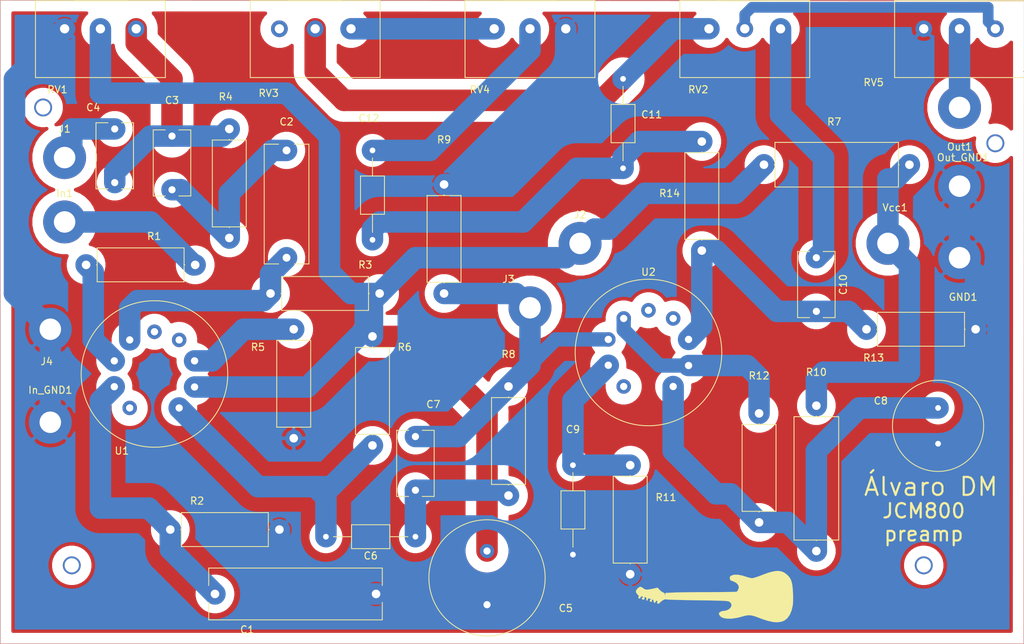
<source format=kicad_pcb>
(kicad_pcb (version 20171130) (host pcbnew "(5.1.10)-1")
  (layers (0 F.Cu signal hide) (31 B.Cu signal) (34 B.Paste user) (35 F.Paste user) (36 B.SilkS user) (37 F.SilkS user) (38 B.Mask user) (39 F.Mask user) (44 Edge.Cuts user))
  (net 0 "")
  (net 1 "Net-(C1-Pad1)")
  (net 2 "Net-(C2-Pad2)")
  (net 3 "Net-(C2-Pad1)")
  (net 4 "Net-(C3-Pad1)")
  (net 5 "Net-(C4-Pad1)")
  (net 6 "Net-(C5-Pad1)")
  (net 7 "Net-(C6-Pad1)")
  (net 8 "Net-(C6-Pad2)")
  (net 9 "Net-(C7-Pad1)")
  (net 10 "Net-(C8-Pad1)")
  (net 11 "Net-(C9-Pad1)")
  (net 12 "Net-(C10-Pad1)")
  (net 13 "Net-(C10-Pad2)")
  (net 14 "Net-(C11-Pad2)")
  (net 15 "Net-(C11-Pad1)")
  (net 16 "Net-(C12-Pad1)")
  (net 17 "Net-(In1-Pad1)")
  (net 18 "Net-(Out1-Pad1)")
  (net 19 "Net-(R1-Pad1)")
  (net 20 "Net-(R5-Pad1)")
  (net 21 "Net-(R10-Pad2)")
  (net 22 "Net-(R12-Pad2)")
  (net 23 "Net-(RV2-Pad2)")
  (net 24 "Net-(RV3-Pad1)")
  (net 25 "Net-(RV3-Pad3)")
  (net 26 GND)
  (module Capacitor_THT:C_Radial_D12.5mm_H25.0mm_P5.00mm (layer F.Cu) (at 162 73 270)
    (fp_text reference C8 (at -1 8 180) (layer F.SilkS))
    (fp_text value 47uF)
    (pad 1 thru_hole circle (at 0 0 270) (size 1.6 1.6) (drill 0.8) (layers *.Cu *.Mask) (net 10 "Net-(C8-Pad1)"))
    (pad 2 thru_hole circle (at 5 0 270) (size 1.6 1.6) (drill 0.8) (layers *.Cu *.Mask) (net 26 GND))
  )
  (module Logos:guitar (layer F.Cu) (at 134 99 90)
    (fp_text reference G*** hide)
    (fp_text value LOGO hide)
  )
  (module MountingHole:MountingHole_3mm_Pad (layer F.Cu) (at 165 52)
    (fp_text reference GND1 (at 0.5 5.5) (layer F.SilkS))
    (fp_text value GND)
    (pad 1 thru_hole circle (at 0 0) (size 6 6) (drill 3) (layers *.Cu *.Mask) (net 26 GND))
  )
  (module MountingHole:MountingHole_3mm_Pad (layer F.Cu) (at 40 47)
    (fp_text reference In1 (at 0 -4) (layer F.SilkS))
    (fp_text value In)
    (pad 1 thru_hole circle (at 0 0) (size 6 6) (drill 3) (layers *.Cu *.Mask) (net 17 "Net-(In1-Pad1)"))
  )
  (module MountingHole:MountingHole_3mm_Pad (layer F.Cu) (at 38 75)
    (fp_text reference In_GND1 (at 0 -4.5) (layer F.SilkS))
    (fp_text value In_GND)
    (pad 1 thru_hole circle (at 0 0) (size 6 6) (drill 3) (layers *.Cu *.Mask) (net 26 GND))
  )
  (module MountingHole:MountingHole_3mm_Pad (layer F.Cu) (at 40 38)
    (fp_text reference J1 (at 0 -4) (layer F.SilkS))
    (fp_text value Conn_01x01_Female)
    (pad 1 thru_hole circle (at 0 0) (size 6 6) (drill 3) (layers *.Cu *.Mask) (net 5 "Net-(C4-Pad1)"))
  )
  (module MountingHole:MountingHole_3mm_Pad (layer F.Cu) (at 112 50)
    (fp_text reference J2 (at 0 -4) (layer F.SilkS))
    (fp_text value Conn_01x01_Female)
    (pad 1 thru_hole circle (at 0 0) (size 6 6) (drill 3) (layers *.Cu *.Mask) (net 6 "Net-(C5-Pad1)"))
  )
  (module MountingHole:MountingHole_3mm_Pad (layer F.Cu) (at 105 59)
    (fp_text reference J3 (at -3 -4) (layer F.SilkS))
    (fp_text value Conn_01x01_Female)
    (pad 1 thru_hole circle (at 0 0) (size 6 6) (drill 3) (layers *.Cu *.Mask) (net 9 "Net-(C7-Pad1)"))
  )
  (module MountingHole:MountingHole_3mm_Pad (layer F.Cu) (at 38 62)
    (fp_text reference J4 (at -0.5 4.5) (layer F.SilkS))
    (fp_text value Conn_01x01_Female)
    (pad 1 thru_hole circle (at 0 0) (size 6 6) (drill 3) (layers *.Cu *.Mask) (net 26 GND))
  )
  (module MountingHole:MountingHole_3mm_Pad (layer F.Cu) (at 165 31)
    (fp_text reference Out1 (at 0 5.5) (layer F.SilkS))
    (fp_text value Out)
    (pad 1 thru_hole circle (at 0 0) (size 6 6) (drill 3) (layers *.Cu *.Mask) (net 18 "Net-(Out1-Pad1)"))
  )
  (module MountingHole:MountingHole_3mm_Pad (layer F.Cu) (at 165 42)
    (fp_text reference Out_GND1 (at 0.5 -4) (layer F.SilkS))
    (fp_text value Out_GND)
    (pad 1 thru_hole circle (at 0 0) (size 6 6) (drill 3) (layers *.Cu *.Mask) (net 26 GND))
  )
  (module Resistor_THT:R_Axial_DIN0414_L11.9mm_D4.5mm_P15.24mm_Horizontal (layer F.Cu) (at 43 53)
    (fp_text reference R1 (at 9.5 -4) (layer F.SilkS))
    (fp_text value 68k)
    (pad 2 thru_hole oval (at 15.24 0) (size 2.4 2.4) (drill 1.2) (layers *.Cu *.Mask) (net 17 "Net-(In1-Pad1)"))
    (pad 1 thru_hole circle (at 0 0) (size 2.4 2.4) (drill 1.2) (layers *.Cu *.Mask) (net 19 "Net-(R1-Pad1)"))
  )
  (module Resistor_THT:R_Axial_DIN0414_L11.9mm_D4.5mm_P15.24mm_Horizontal (layer F.Cu) (at 70 90 180)
    (fp_text reference R2 (at 11.5 4) (layer F.SilkS))
    (fp_text value 2.7k)
    (pad 2 thru_hole oval (at 15.24 0 180) (size 2.4 2.4) (drill 1.2) (layers *.Cu *.Mask) (net 1 "Net-(C1-Pad1)"))
    (pad 1 thru_hole circle (at 0 0 180) (size 2.4 2.4) (drill 1.2) (layers *.Cu *.Mask) (net 26 GND))
  )
  (module Resistor_THT:R_Axial_DIN0414_L11.9mm_D4.5mm_P15.24mm_Horizontal (layer F.Cu) (at 84 57 180)
    (fp_text reference R3 (at 2 4) (layer F.SilkS))
    (fp_text value 100k)
    (pad 1 thru_hole circle (at 0 0 180) (size 2.4 2.4) (drill 1.2) (layers *.Cu *.Mask) (net 6 "Net-(C5-Pad1)"))
    (pad 2 thru_hole oval (at 15.24 0 180) (size 2.4 2.4) (drill 1.2) (layers *.Cu *.Mask) (net 2 "Net-(C2-Pad2)"))
  )
  (module Resistor_THT:R_Axial_DIN0414_L11.9mm_D4.5mm_P15.24mm_Horizontal (layer F.Cu) (at 63 34 270)
    (fp_text reference R4 (at -4.5 0.5 180) (layer F.SilkS))
    (fp_text value 470k)
    (pad 2 thru_hole oval (at 15.24 0 270) (size 2.4 2.4) (drill 1.2) (layers *.Cu *.Mask) (net 3 "Net-(C2-Pad1)"))
    (pad 1 thru_hole circle (at 0 0 270) (size 2.4 2.4) (drill 1.2) (layers *.Cu *.Mask) (net 4 "Net-(C3-Pad1)"))
  )
  (module Resistor_THT:R_Axial_DIN0414_L11.9mm_D4.5mm_P15.24mm_Horizontal (layer F.Cu) (at 72 62 270)
    (fp_text reference R5 (at 2.5 5 180) (layer F.SilkS))
    (fp_text value 10k)
    (pad 1 thru_hole circle (at 0 0 270) (size 2.4 2.4) (drill 1.2) (layers *.Cu *.Mask) (net 20 "Net-(R5-Pad1)"))
    (pad 2 thru_hole oval (at 15.24 0 270) (size 2.4 2.4) (drill 1.2) (layers *.Cu *.Mask) (net 26 GND))
  )
  (module Resistor_THT:R_Axial_DIN0414_L11.9mm_D4.5mm_P15.24mm_Horizontal (layer F.Cu) (at 83 63 270)
    (fp_text reference R6 (at 1.5 -4.5 180) (layer F.SilkS))
    (fp_text value 100k)
    (pad 1 thru_hole circle (at 0 0 270) (size 2.4 2.4) (drill 1.2) (layers *.Cu *.Mask) (net 6 "Net-(C5-Pad1)"))
    (pad 2 thru_hole oval (at 15.24 0 270) (size 2.4 2.4) (drill 1.2) (layers *.Cu *.Mask) (net 8 "Net-(C6-Pad2)"))
  )
  (module Resistor_THT:R_Axial_DIN0617_L17.0mm_D6.0mm_P20.32mm_Horizontal (layer F.Cu) (at 158 39 180)
    (fp_text reference R7 (at 10.5 6) (layer F.SilkS))
    (fp_text value "4k7 3W")
    (pad 1 thru_hole circle (at 0 0 180) (size 2.4 2.4) (drill 1.2) (layers *.Cu *.Mask) (net 21 "Net-(R10-Pad2)"))
    (pad 2 thru_hole oval (at 20.32 0 180) (size 2.4 2.4) (drill 1.2) (layers *.Cu *.Mask) (net 6 "Net-(C5-Pad1)"))
  )
  (module Resistor_THT:R_Axial_DIN0414_L11.9mm_D4.5mm_P15.24mm_Horizontal (layer F.Cu) (at 102 70 270)
    (fp_text reference R8 (at -4.5 0 180) (layer F.SilkS))
    (fp_text value 470k)
    (pad 2 thru_hole oval (at 15.24 0 270) (size 2.4 2.4) (drill 1.2) (layers *.Cu *.Mask) (net 7 "Net-(C6-Pad1)"))
    (pad 1 thru_hole circle (at 0 0 270) (size 2.4 2.4) (drill 1.2) (layers *.Cu *.Mask) (net 9 "Net-(C7-Pad1)"))
  )
  (module Resistor_THT:R_Axial_DIN0414_L11.9mm_D4.5mm_P15.24mm_Horizontal (layer F.Cu) (at 93 57 90)
    (fp_text reference R9 (at 21.5 0 180) (layer F.SilkS))
    (fp_text value 470k)
    (pad 2 thru_hole oval (at 15.24 0 90) (size 2.4 2.4) (drill 1.2) (layers *.Cu *.Mask) (net 26 GND))
    (pad 1 thru_hole circle (at 0 0 90) (size 2.4 2.4) (drill 1.2) (layers *.Cu *.Mask) (net 9 "Net-(C7-Pad1)"))
  )
  (module Resistor_THT:R_Axial_DIN0617_L17.0mm_D6.0mm_P20.32mm_Horizontal (layer F.Cu) (at 145 93 90)
    (fp_text reference R10 (at 25 0 180) (layer F.SilkS))
    (fp_text value "4k7 3W")
    (pad 2 thru_hole oval (at 20.32 0 90) (size 2.4 2.4) (drill 1.2) (layers *.Cu *.Mask) (net 21 "Net-(R10-Pad2)"))
    (pad 1 thru_hole circle (at 0 0 90) (size 2.4 2.4) (drill 1.2) (layers *.Cu *.Mask) (net 10 "Net-(C8-Pad1)"))
  )
  (module Resistor_THT:R_Axial_DIN0414_L11.9mm_D4.5mm_P15.24mm_Horizontal (layer F.Cu) (at 119 81 270)
    (fp_text reference R11 (at 4.5 -5 180) (layer F.SilkS))
    (fp_text value 820)
    (pad 1 thru_hole circle (at 0 0 270) (size 2.4 2.4) (drill 1.2) (layers *.Cu *.Mask) (net 11 "Net-(C9-Pad1)"))
    (pad 2 thru_hole oval (at 15.24 0 270) (size 2.4 2.4) (drill 1.2) (layers *.Cu *.Mask) (net 26 GND))
  )
  (module Resistor_THT:R_Axial_DIN0414_L11.9mm_D4.5mm_P15.24mm_Horizontal (layer F.Cu) (at 137 89 90)
    (fp_text reference R12 (at 20.5 0 180) (layer F.SilkS))
    (fp_text value 100k)
    (pad 1 thru_hole circle (at 0 0 90) (size 2.4 2.4) (drill 1.2) (layers *.Cu *.Mask) (net 10 "Net-(C8-Pad1)"))
    (pad 2 thru_hole oval (at 15.24 0 90) (size 2.4 2.4) (drill 1.2) (layers *.Cu *.Mask) (net 22 "Net-(R12-Pad2)"))
  )
  (module Resistor_THT:R_Axial_DIN0414_L11.9mm_D4.5mm_P15.24mm_Horizontal (layer F.Cu) (at 152 62)
    (fp_text reference R13 (at 1 4) (layer F.SilkS))
    (fp_text value 100k)
    (pad 1 thru_hole circle (at 0 0) (size 2.4 2.4) (drill 1.2) (layers *.Cu *.Mask) (net 13 "Net-(C10-Pad2)"))
    (pad 2 thru_hole oval (at 15.24 0) (size 2.4 2.4) (drill 1.2) (layers *.Cu *.Mask) (net 26 GND))
  )
  (module Resistor_THT:R_Axial_DIN0414_L11.9mm_D4.5mm_P15.24mm_Horizontal (layer F.Cu) (at 129 51 90)
    (fp_text reference R14 (at 8 -4.5 180) (layer F.SilkS))
    (fp_text value 33k)
    (pad 2 thru_hole oval (at 15.24 0 90) (size 2.4 2.4) (drill 1.2) (layers *.Cu *.Mask) (net 14 "Net-(C11-Pad2)"))
    (pad 1 thru_hole circle (at 0 0 90) (size 2.4 2.4) (drill 1.2) (layers *.Cu *.Mask) (net 13 "Net-(C10-Pad2)"))
  )
  (module Potentiometer_THT:Potentiometer_Alps_RK163_Single_Horizontal (layer F.Cu) (at 50 20 90)
    (fp_text reference RV1 (at -8.5 -11 180) (layer F.SilkS))
    (fp_text value "1M A (Vol)")
    (pad 3 thru_hole circle (at 0 -10 90) (size 2.34 2.34) (drill 1.3) (layers *.Cu *.Mask) (net 26 GND))
    (pad 2 thru_hole circle (at 0 -5 90) (size 2.34 2.34) (drill 1.3) (layers *.Cu *.Mask) (net 6 "Net-(C5-Pad1)"))
    (pad 1 thru_hole circle (at 0 0 90) (size 2.34 2.34) (drill 1.3) (layers *.Cu *.Mask) (net 4 "Net-(C3-Pad1)"))
  )
  (module Potentiometer_THT:Potentiometer_Alps_RK163_Single_Horizontal (layer F.Cu) (at 140 20 90)
    (fp_text reference RV2 (at -8.5 -11.5 180) (layer F.SilkS))
    (fp_text value "250K B (Tre)")
    (pad 1 thru_hole circle (at 0 0 90) (size 2.34 2.34) (drill 1.3) (layers *.Cu *.Mask) (net 12 "Net-(C10-Pad1)"))
    (pad 2 thru_hole circle (at 0 -5 90) (size 2.34 2.34) (drill 1.3) (layers *.Cu *.Mask) (net 23 "Net-(RV2-Pad2)"))
    (pad 3 thru_hole circle (at 0 -10 90) (size 2.34 2.34) (drill 1.3) (layers *.Cu *.Mask) (net 15 "Net-(C11-Pad1)"))
  )
  (module Potentiometer_THT:Potentiometer_Alps_RK163_Single_Horizontal (layer F.Cu) (at 80 20 90)
    (fp_text reference RV3 (at -9 -11.5 180) (layer F.SilkS))
    (fp_text value "1M A (bass)")
    (pad 3 thru_hole circle (at 0 -10 90) (size 2.34 2.34) (drill 1.3) (layers *.Cu *.Mask) (net 25 "Net-(RV3-Pad3)"))
    (pad 2 thru_hole circle (at 0 -5 90) (size 2.34 2.34) (drill 1.3) (layers *.Cu *.Mask) (net 15 "Net-(C11-Pad1)"))
    (pad 1 thru_hole circle (at 0 0 90) (size 2.34 2.34) (drill 1.3) (layers *.Cu *.Mask) (net 24 "Net-(RV3-Pad1)"))
  )
  (module Potentiometer_THT:Potentiometer_Alps_RK163_Single_Horizontal (layer F.Cu) (at 110 20 90)
    (fp_text reference RV4 (at -8.5 -12 180) (layer F.SilkS))
    (fp_text value "25K B (Mid)")
    (pad 3 thru_hole circle (at 0 -10 90) (size 2.34 2.34) (drill 1.3) (layers *.Cu *.Mask) (net 24 "Net-(RV3-Pad1)"))
    (pad 2 thru_hole circle (at 0 -5 90) (size 2.34 2.34) (drill 1.3) (layers *.Cu *.Mask) (net 16 "Net-(C12-Pad1)"))
    (pad 1 thru_hole circle (at 0 0 90) (size 2.34 2.34) (drill 1.3) (layers *.Cu *.Mask) (net 26 GND))
  )
  (module Potentiometer_THT:Potentiometer_Alps_RK163_Single_Horizontal (layer F.Cu) (at 170 20 90)
    (fp_text reference RV5 (at -7.5 -17 180) (layer F.SilkS))
    (fp_text value "1M A (Level)")
    (pad 1 thru_hole circle (at 0 0 90) (size 2.34 2.34) (drill 1.3) (layers *.Cu *.Mask) (net 23 "Net-(RV2-Pad2)"))
    (pad 2 thru_hole circle (at 0 -5 90) (size 2.34 2.34) (drill 1.3) (layers *.Cu *.Mask) (net 18 "Net-(Out1-Pad1)"))
    (pad 3 thru_hole circle (at 0 -10 90) (size 2.34 2.34) (drill 1.3) (layers *.Cu *.Mask) (net 26 GND))
  )
  (module Valve:Valve_ECC-83-1 (layer F.Cu) (at 56 73)
    (fp_text reference U1 (at -8 6) (layer F.SilkS))
    (fp_text value ECC83)
    (pad 9 thru_hole circle (at -6.91 0) (size 2.03 2.03) (drill 1.02) (layers *.Cu *.Mask))
    (pad 8 thru_hole circle (at -9.06 -2.97) (size 2.03 2.03) (drill 1.02) (layers *.Cu *.Mask) (net 1 "Net-(C1-Pad1)"))
    (pad 7 thru_hole circle (at -9.06 -6.58) (size 2.03 2.03) (drill 1.02) (layers *.Cu *.Mask) (net 19 "Net-(R1-Pad1)"))
    (pad 6 thru_hole circle (at -6.91 -9.51) (size 2.03 2.03) (drill 1.02) (layers *.Cu *.Mask) (net 2 "Net-(C2-Pad2)"))
    (pad 5 thru_hole circle (at -3.45 -10.65) (size 2.03 2.03) (drill 1.02) (layers *.Cu *.Mask))
    (pad 4 thru_hole circle (at 0 -9.51) (size 2.03 2.03) (drill 1.02) (layers *.Cu *.Mask))
    (pad 3 thru_hole circle (at 2.15 -6.58) (size 2.03 2.03) (drill 1.02) (layers *.Cu *.Mask) (net 20 "Net-(R5-Pad1)"))
    (pad 2 thru_hole circle (at 2.15 -2.93) (size 2.03 2.03) (drill 1.02) (layers *.Cu *.Mask) (net 6 "Net-(C5-Pad1)"))
    (pad 1 thru_hole circle (at 0 0) (size 2.03 2.03) (drill 1.02) (layers *.Cu *.Mask) (net 8 "Net-(C6-Pad2)"))
  )
  (module Valve:Valve_ECC-83-1 (layer F.Cu) (at 125 70)
    (fp_text reference U2 (at -3.45 -16) (layer F.SilkS))
    (fp_text value ECC83)
    (pad 1 thru_hole circle (at 0 0) (size 2.03 2.03) (drill 1.02) (layers *.Cu *.Mask) (net 10 "Net-(C8-Pad1)"))
    (pad 2 thru_hole circle (at 2.15 -2.93) (size 2.03 2.03) (drill 1.02) (layers *.Cu *.Mask) (net 22 "Net-(R12-Pad2)"))
    (pad 3 thru_hole circle (at 2.15 -6.58) (size 2.03 2.03) (drill 1.02) (layers *.Cu *.Mask) (net 13 "Net-(C10-Pad2)"))
    (pad 4 thru_hole circle (at 0 -9.51) (size 2.03 2.03) (drill 1.02) (layers *.Cu *.Mask))
    (pad 5 thru_hole circle (at -3.45 -10.65) (size 2.03 2.03) (drill 1.02) (layers *.Cu *.Mask))
    (pad 6 thru_hole circle (at -6.91 -9.51) (size 2.03 2.03) (drill 1.02) (layers *.Cu *.Mask) (net 22 "Net-(R12-Pad2)"))
    (pad 7 thru_hole circle (at -9.06 -6.58) (size 2.03 2.03) (drill 1.02) (layers *.Cu *.Mask) (net 9 "Net-(C7-Pad1)"))
    (pad 8 thru_hole circle (at -9.06 -2.97) (size 2.03 2.03) (drill 1.02) (layers *.Cu *.Mask) (net 11 "Net-(C9-Pad1)"))
    (pad 9 thru_hole circle (at -6.91 0) (size 2.03 2.03) (drill 1.02) (layers *.Cu *.Mask))
  )
  (module MountingHole:MountingHole_3mm_Pad (layer F.Cu) (at 155 50)
    (fp_text reference Vcc1 (at 1 -5) (layer F.SilkS))
    (fp_text value Vcc)
    (pad 1 thru_hole circle (at 0 0) (size 6 6) (drill 3) (layers *.Cu *.Mask) (net 21 "Net-(R10-Pad2)"))
  )
  (module Capacitor_THT:C_Disc_D9.0mm_W5.0mm_P7.50mm (layer F.Cu) (at 55 35 270)
    (fp_text reference C3 (at -5 0 180) (layer F.SilkS))
    (fp_text value 470pF)
    (pad 2 thru_hole circle (at 7.5 0 270) (size 2 2) (drill 1) (layers *.Cu *.Mask) (net 3 "Net-(C2-Pad1)"))
    (pad 1 thru_hole circle (at 0 0 270) (size 2 2) (drill 1) (layers *.Cu *.Mask) (net 4 "Net-(C3-Pad1)"))
  )
  (module Capacitor_THT:C_Disc_D9.0mm_W5.0mm_P7.50mm (layer F.Cu) (at 47 34 270)
    (fp_text reference C4 (at -3 3 180) (layer F.SilkS))
    (fp_text value 1nF)
    (pad 1 thru_hole circle (at 0 0 270) (size 2 2) (drill 1) (layers *.Cu *.Mask) (net 5 "Net-(C4-Pad1)"))
    (pad 2 thru_hole circle (at 7.5 0 270) (size 2 2) (drill 1) (layers *.Cu *.Mask) (net 4 "Net-(C3-Pad1)"))
  )
  (module Capacitor_THT:C_Axial_L5.1mm_D3.1mm_P12.50mm_Horizontal (layer F.Cu) (at 89 91 180)
    (fp_text reference C6 (at 6.25 -2.67) (layer F.SilkS))
    (fp_text value 22nF)
    (pad 1 thru_hole circle (at 0 0 180) (size 1.6 1.6) (drill 0.8) (layers *.Cu *.Mask) (net 7 "Net-(C6-Pad1)"))
    (pad 2 thru_hole oval (at 12.5 0 180) (size 1.6 1.6) (drill 0.8) (layers *.Cu *.Mask) (net 8 "Net-(C6-Pad2)"))
  )
  (module Capacitor_THT:C_Disc_D9.0mm_W5.0mm_P7.50mm (layer F.Cu) (at 89 77 270)
    (fp_text reference C7 (at -4.5 -2.5 180) (layer F.SilkS))
    (fp_text value 470pF)
    (pad 1 thru_hole circle (at 0 0 270) (size 2 2) (drill 1) (layers *.Cu *.Mask) (net 9 "Net-(C7-Pad1)"))
    (pad 2 thru_hole circle (at 7.5 0 270) (size 2 2) (drill 1) (layers *.Cu *.Mask) (net 7 "Net-(C6-Pad1)"))
  )
  (module Capacitor_THT:C_Axial_L5.1mm_D3.1mm_P12.50mm_Horizontal (layer F.Cu) (at 111 81 270)
    (fp_text reference C9 (at -5 0 180) (layer F.SilkS))
    (fp_text value 680nF)
    (pad 2 thru_hole oval (at 12.5 0 270) (size 1.6 1.6) (drill 0.8) (layers *.Cu *.Mask) (net 26 GND))
    (pad 1 thru_hole circle (at 0 0 270) (size 1.6 1.6) (drill 0.8) (layers *.Cu *.Mask) (net 11 "Net-(C9-Pad1)"))
  )
  (module Capacitor_THT:C_Disc_D9.0mm_W5.0mm_P7.50mm (layer F.Cu) (at 145 52 270)
    (fp_text reference C10 (at 3.75 -3.75 90) (layer F.SilkS))
    (fp_text value 470pF)
    (pad 2 thru_hole circle (at 7.5 0 270) (size 2 2) (drill 1) (layers *.Cu *.Mask) (net 13 "Net-(C10-Pad2)"))
    (pad 1 thru_hole circle (at 0 0 270) (size 2 2) (drill 1) (layers *.Cu *.Mask) (net 12 "Net-(C10-Pad1)"))
  )
  (module Capacitor_THT:C_Axial_L5.1mm_D3.1mm_P12.50mm_Horizontal (layer F.Cu) (at 118 27 270)
    (fp_text reference C11 (at 5 -4 180) (layer F.SilkS))
    (fp_text value 22nF)
    (pad 2 thru_hole oval (at 12.5 0 270) (size 1.6 1.6) (drill 0.8) (layers *.Cu *.Mask) (net 14 "Net-(C11-Pad2)"))
    (pad 1 thru_hole circle (at 0 0 270) (size 1.6 1.6) (drill 0.8) (layers *.Cu *.Mask) (net 15 "Net-(C11-Pad1)"))
  )
  (module Capacitor_THT:C_Axial_L5.1mm_D3.1mm_P12.50mm_Horizontal (layer F.Cu) (at 83 37 270)
    (fp_text reference C12 (at -4.5 0.5 180) (layer F.SilkS))
    (fp_text value 22nF)
    (pad 1 thru_hole circle (at 0 0 270) (size 1.6 1.6) (drill 0.8) (layers *.Cu *.Mask) (net 16 "Net-(C12-Pad1)"))
    (pad 2 thru_hole oval (at 12.5 0 270) (size 1.6 1.6) (drill 0.8) (layers *.Cu *.Mask) (net 14 "Net-(C11-Pad2)"))
  )
  (module Capacitor_THT:C_Rect_L24.0mm_W7.0mm_P22.50mm_MKT (layer F.Cu) (at 61 99)
    (fp_text reference C1 (at 4.5 5) (layer F.SilkS))
    (fp_text value 680nF)
    (pad 1 thru_hole circle (at 0 0) (size 2.4 2.4) (drill 1.2) (layers *.Cu *.Mask) (net 1 "Net-(C1-Pad1)"))
    (pad 2 thru_hole circle (at 22.5 0) (size 2.4 2.4) (drill 1.2) (layers *.Cu *.Mask) (net 26 GND))
  )
  (module Capacitor_THT:C_Rect_L16.5mm_W6.0mm_P15.00mm_MKT (layer F.Cu) (at 71 37 270)
    (fp_text reference C2 (at -4 0 180) (layer F.SilkS))
    (fp_text value 22nF)
    (pad 1 thru_hole circle (at 0 0 270) (size 2.2 2.2) (drill 1.1) (layers *.Cu *.Mask) (net 3 "Net-(C2-Pad1)"))
    (pad 2 thru_hole circle (at 15 0 270) (size 2.2 2.2) (drill 1.1) (layers *.Cu *.Mask) (net 2 "Net-(C2-Pad2)"))
  )
  (module Capacitor_THT:C_Radial_D16.0mm_H25.0mm_P7.50mm (layer F.Cu) (at 99 93 270)
    (fp_text reference C5 (at 8 -11 180) (layer F.SilkS))
    (fp_text value 47uF)
    (pad 1 thru_hole circle (at 0 0 270) (size 2 2) (drill 1) (layers *.Cu *.Mask) (net 6 "Net-(C5-Pad1)"))
    (pad 2 thru_hole circle (at 7.5 0 270) (size 2 2) (drill 1) (layers *.Cu *.Mask) (net 26 GND))
  )
  (gr_line (start 31 16) (end 174.07 16.08) (layer F.Cu) (width 0.12))
  (gr_line (start 31 106) (end 31 16) (layer F.Cu) (width 0.12))
  (gr_line (start 174 106) (end 31 106) (layer F.Cu) (width 0.12))
  (gr_line (start 174.07 16.08) (end 174 106) (layer F.Cu) (width 0.12))
  (gr_line (start 174 16) (end 174 106) (layer Edge.Cuts) (width 0.05))
  (gr_text "JCM800\npreamp" (at 160 89) (layer F.SilkS) (effects (font (size 2 2) (thickness 0.3))))
  (gr_text "Álvaro DM" (at 161 84) (layer F.SilkS) (effects (font (size 2.5 2.5) (thickness 0.3))))
  (gr_line (start 31 106) (end 31 16) (layer Edge.Cuts) (width 0.05))
  (gr_line (start 174 106) (end 31 106) (layer Edge.Cuts) (width 0.05))
  (gr_line (start 31 16) (end 174 16) (layer Edge.Cuts) (width 0.05))
  (via (at 170 36) (size 2.5) (drill 2) (layers F.Cu B.Cu) (net 0))
  (via (at 160 95) (size 2.5) (drill 2) (layers F.Cu B.Cu) (net 0))
  (via (at 41 95) (size 2.5) (drill 2) (layers F.Cu B.Cu) (net 0))
  (via (at 37 31) (size 2.5) (drill 2) (layers F.Cu B.Cu) (net 0))
  (segment (start 54.76 92.76) (end 61 99) (width 3) (layer B.Cu) (net 1))
  (segment (start 54.76 90) (end 54.76 92.76) (width 3) (layer B.Cu) (net 1))
  (segment (start 46.94 70.03) (end 45 71.97) (width 3) (layer B.Cu) (net 1))
  (segment (start 45 71.97) (end 45 87) (width 3) (layer B.Cu) (net 1))
  (segment (start 51.76 87) (end 54.76 90) (width 3) (layer B.Cu) (net 1))
  (segment (start 45 87) (end 51.76 87) (width 3) (layer B.Cu) (net 1))
  (segment (start 68.76 54.24) (end 71 52) (width 3) (layer B.Cu) (net 2))
  (segment (start 68.76 57) (end 68.76 54.24) (width 3) (layer B.Cu) (net 2))
  (segment (start 49.09 63.49) (end 49.09 59.09) (width 3) (layer B.Cu) (net 2))
  (segment (start 49.09 59.09) (end 50.18 58) (width 3) (layer B.Cu) (net 2))
  (segment (start 67.76 58) (end 68.76 57) (width 3) (layer B.Cu) (net 2))
  (segment (start 50.18 58) (end 67.76 58) (width 3) (layer B.Cu) (net 2))
  (segment (start 63 49.24) (end 63 43) (width 3) (layer B.Cu) (net 3))
  (segment (start 69 37) (end 71 37) (width 3) (layer B.Cu) (net 3))
  (segment (start 63 43) (end 69 37) (width 3) (layer B.Cu) (net 3))
  (segment (start 56.26 42.5) (end 63 49.24) (width 3) (layer B.Cu) (net 3))
  (segment (start 55 42.5) (end 56.26 42.5) (width 3) (layer B.Cu) (net 3))
  (segment (start 50 20) (end 50 22) (width 3) (layer F.Cu) (net 4))
  (segment (start 55 27) (end 55 35) (width 3) (layer F.Cu) (net 4))
  (segment (start 50 22) (end 55 27) (width 3) (layer F.Cu) (net 4))
  (segment (start 62 35) (end 63 34) (width 3) (layer B.Cu) (net 4))
  (segment (start 55 35) (end 62 35) (width 3) (layer B.Cu) (net 4))
  (segment (start 47 41.5) (end 47 40) (width 3) (layer B.Cu) (net 4))
  (segment (start 52 35) (end 55 35) (width 3) (layer B.Cu) (net 4))
  (segment (start 47 40) (end 52 35) (width 3) (layer B.Cu) (net 4))
  (segment (start 47 34) (end 41 34) (width 3) (layer B.Cu) (net 5))
  (segment (start 41 37) (end 40 38) (width 3) (layer B.Cu) (net 5))
  (segment (start 41 34) (end 41 37) (width 3) (layer B.Cu) (net 5))
  (segment (start 116 48) (end 121 43) (width 3) (layer B.Cu) (net 6))
  (segment (start 133.68 43) (end 137.68 39) (width 3) (layer B.Cu) (net 6))
  (segment (start 121 43) (end 133.68 43) (width 3) (layer B.Cu) (net 6))
  (segment (start 114 48) (end 112 50) (width 3) (layer B.Cu) (net 6))
  (segment (start 116 48) (end 114 48) (width 3) (layer B.Cu) (net 6))
  (segment (start 83 58) (end 84 57) (width 3) (layer B.Cu) (net 6))
  (segment (start 83 63) (end 83 58) (width 3) (layer B.Cu) (net 6))
  (segment (start 110 52) (end 112 50) (width 3) (layer B.Cu) (net 6))
  (segment (start 89 52) (end 110 52) (width 3) (layer B.Cu) (net 6))
  (segment (start 84 57) (end 89 52) (width 3) (layer B.Cu) (net 6))
  (segment (start 45 29) (end 45 20) (width 3) (layer B.Cu) (net 6))
  (segment (start 71 29) (end 45 29) (width 3) (layer B.Cu) (net 6))
  (segment (start 77 35) (end 71 29) (width 3) (layer B.Cu) (net 6))
  (segment (start 77 54) (end 77 35) (width 3) (layer B.Cu) (net 6))
  (segment (start 80 57) (end 77 54) (width 3) (layer B.Cu) (net 6))
  (segment (start 58.15 70.07) (end 73.93 70.07) (width 3) (layer B.Cu) (net 6))
  (segment (start 82 62) (end 82 57) (width 3) (layer B.Cu) (net 6))
  (segment (start 73.93 70.07) (end 82 62) (width 3) (layer B.Cu) (net 6))
  (segment (start 82 57) (end 80 57) (width 3) (layer B.Cu) (net 6))
  (segment (start 84 57) (end 82 57) (width 3) (layer B.Cu) (net 6))
  (segment (start 99 73.474503) (end 99 93) (width 3) (layer F.Cu) (net 6))
  (segment (start 88.525497 63) (end 99 73.474503) (width 3) (layer F.Cu) (net 6))
  (segment (start 83 63) (end 88.525497 63) (width 3) (layer F.Cu) (net 6))
  (segment (start 89 91) (end 89 84.5) (width 3) (layer B.Cu) (net 7))
  (segment (start 101.26 84.5) (end 102 85.24) (width 3) (layer B.Cu) (net 7))
  (segment (start 89 84.5) (end 101.26 84.5) (width 3) (layer B.Cu) (net 7))
  (segment (start 76.5 85.5) (end 76.5 91) (width 3) (layer B.Cu) (net 8))
  (segment (start 75 84) (end 76.5 85.5) (width 3) (layer B.Cu) (net 8))
  (segment (start 67 84) (end 75 84) (width 3) (layer B.Cu) (net 8))
  (segment (start 56 73) (end 67 84) (width 3) (layer B.Cu) (net 8))
  (segment (start 77.24 84) (end 83 78.24) (width 3) (layer B.Cu) (net 8))
  (segment (start 75 84) (end 77.24 84) (width 3) (layer B.Cu) (net 8))
  (segment (start 95 77) (end 102 70) (width 3) (layer B.Cu) (net 9))
  (segment (start 89 77) (end 95 77) (width 3) (layer B.Cu) (net 9))
  (segment (start 105 67) (end 102 70) (width 3) (layer B.Cu) (net 9))
  (segment (start 105 59) (end 105 67) (width 3) (layer B.Cu) (net 9))
  (segment (start 108.58 63.42) (end 115.94 63.42) (width 2) (layer B.Cu) (net 9))
  (segment (start 102 70) (end 108.58 63.42) (width 2) (layer B.Cu) (net 9))
  (segment (start 103 57) (end 105 59) (width 3) (layer B.Cu) (net 9))
  (segment (start 93 57) (end 103 57) (width 3) (layer B.Cu) (net 9))
  (segment (start 133 85) (end 137 89) (width 3) (layer B.Cu) (net 10))
  (segment (start 131 85) (end 133 85) (width 3) (layer B.Cu) (net 10))
  (segment (start 125 79) (end 131 85) (width 3) (layer B.Cu) (net 10))
  (segment (start 125 70) (end 125 79) (width 3) (layer B.Cu) (net 10))
  (segment (start 141 89) (end 145 93) (width 3) (layer B.Cu) (net 10))
  (segment (start 137 89) (end 141 89) (width 3) (layer B.Cu) (net 10))
  (segment (start 145 93) (end 145 79) (width 3) (layer B.Cu) (net 10))
  (segment (start 145 79) (end 151 73) (width 3) (layer B.Cu) (net 10))
  (segment (start 151 73) (end 162 73) (width 3) (layer B.Cu) (net 10))
  (segment (start 115.94 67.03) (end 112 70.97) (width 3) (layer B.Cu) (net 11))
  (segment (start 111 81) (end 119 81) (width 3) (layer B.Cu) (net 11))
  (segment (start 111 71.97) (end 112 70.97) (width 3) (layer B.Cu) (net 11))
  (segment (start 111 81) (end 111 71.97) (width 3) (layer B.Cu) (net 11))
  (segment (start 145.999999 51.000001) (end 145 52) (width 3) (layer B.Cu) (net 12))
  (segment (start 140 20) (end 140 32) (width 3) (layer B.Cu) (net 12))
  (segment (start 145.999999 37.999999) (end 145.999999 51.000001) (width 3) (layer B.Cu) (net 12))
  (segment (start 140 32) (end 145.999999 37.999999) (width 3) (layer B.Cu) (net 12))
  (segment (start 129 61.57) (end 129 51) (width 3) (layer B.Cu) (net 13))
  (segment (start 127.15 63.42) (end 129 61.57) (width 3) (layer B.Cu) (net 13))
  (segment (start 129 51) (end 131 51) (width 3) (layer B.Cu) (net 13))
  (segment (start 139.5 59.5) (end 145 59.5) (width 3) (layer B.Cu) (net 13))
  (segment (start 131 51) (end 139.5 59.5) (width 3) (layer B.Cu) (net 13))
  (segment (start 149.5 59.5) (end 152 62) (width 3) (layer B.Cu) (net 13))
  (segment (start 145 59.5) (end 149.5 59.5) (width 3) (layer B.Cu) (net 13))
  (segment (start 83 49.5) (end 83 48) (width 3) (layer B.Cu) (net 14))
  (segment (start 83 48) (end 84 47) (width 3) (layer B.Cu) (net 14))
  (segment (start 111.543998 39.5) (end 118 39.5) (width 3) (layer B.Cu) (net 14))
  (segment (start 104.043998 47) (end 111.543998 39.5) (width 3) (layer B.Cu) (net 14))
  (segment (start 84 47) (end 104.043998 47) (width 3) (layer B.Cu) (net 14))
  (segment (start 118 39.5) (end 118 38) (width 3) (layer B.Cu) (net 14))
  (segment (start 120.24 35.76) (end 129 35.76) (width 3) (layer B.Cu) (net 14))
  (segment (start 118 38) (end 120.24 35.76) (width 3) (layer B.Cu) (net 14))
  (segment (start 75 20) (end 75 26) (width 3) (layer F.Cu) (net 15))
  (segment (start 75 26) (end 79 30) (width 3) (layer F.Cu) (net 15))
  (segment (start 115 30) (end 118 27) (width 3) (layer F.Cu) (net 15))
  (segment (start 79 30) (end 115 30) (width 3) (layer F.Cu) (net 15))
  (segment (start 125 20) (end 118 27) (width 3) (layer B.Cu) (net 15))
  (segment (start 130 20) (end 125 20) (width 3) (layer B.Cu) (net 15))
  (segment (start 83 37) (end 91 37) (width 3) (layer B.Cu) (net 16))
  (segment (start 105 23) (end 105 20) (width 3) (layer B.Cu) (net 16))
  (segment (start 91 37) (end 105 23) (width 3) (layer B.Cu) (net 16))
  (segment (start 40 47) (end 52 47) (width 3) (layer B.Cu) (net 17))
  (segment (start 58 53) (end 58.24 53) (width 3) (layer B.Cu) (net 17))
  (segment (start 52 47) (end 58 53) (width 3) (layer B.Cu) (net 17))
  (segment (start 165 31) (end 165 20) (width 3) (layer B.Cu) (net 18))
  (segment (start 46.94 66.42) (end 44 63.48) (width 3) (layer B.Cu) (net 19))
  (segment (start 44 54) (end 43 53) (width 3) (layer B.Cu) (net 19))
  (segment (start 44 63.48) (end 44 54) (width 3) (layer B.Cu) (net 19))
  (segment (start 58.15 66.42) (end 60.58 66.42) (width 3) (layer B.Cu) (net 20))
  (segment (start 65 62) (end 72 62) (width 3) (layer B.Cu) (net 20))
  (segment (start 60.58 66.42) (end 65 62) (width 3) (layer B.Cu) (net 20))
  (segment (start 155 50) (end 155 41) (width 3) (layer B.Cu) (net 21))
  (segment (start 156 41) (end 158 39) (width 3) (layer B.Cu) (net 21))
  (segment (start 155 41) (end 156 41) (width 3) (layer B.Cu) (net 21))
  (segment (start 157.999999 52.999999) (end 155 50) (width 3) (layer B.Cu) (net 21))
  (segment (start 158 68) (end 157.999999 52.999999) (width 3) (layer B.Cu) (net 21))
  (segment (start 146 68) (end 158 68) (width 3) (layer B.Cu) (net 21))
  (segment (start 145 69) (end 146 68) (width 3) (layer B.Cu) (net 21))
  (segment (start 145 72.68) (end 145 69) (width 3) (layer B.Cu) (net 21))
  (segment (start 135.31 67.07) (end 137 68.76) (width 3) (layer B.Cu) (net 22))
  (segment (start 127.15 67.07) (end 135.31 67.07) (width 3) (layer B.Cu) (net 22))
  (segment (start 118.09 60.49) (end 118.09 62.09) (width 2) (layer B.Cu) (net 22))
  (segment (start 123.07 67.07) (end 127.15 67.07) (width 2) (layer B.Cu) (net 22))
  (segment (start 118.09 62.09) (end 123.07 67.07) (width 2) (layer B.Cu) (net 22))
  (segment (start 137 68.76) (end 137 73.76) (width 3) (layer B.Cu) (net 22))
  (segment (start 135 20) (end 135 18) (width 1.5) (layer B.Cu) (net 23))
  (segment (start 135 18) (end 136 17) (width 1.5) (layer B.Cu) (net 23))
  (segment (start 136 17) (end 169 17) (width 1.5) (layer B.Cu) (net 23))
  (segment (start 169 19) (end 170 20) (width 1.5) (layer B.Cu) (net 23))
  (segment (start 169 17) (end 169 19) (width 1.5) (layer B.Cu) (net 23))
  (segment (start 80 20) (end 100 20) (width 3) (layer B.Cu) (net 24))
  (segment (start 93 41.76) (end 102.24 41.76) (width 3) (layer B.Cu) (net 26))
  (segment (start 110 34) (end 110 20) (width 3) (layer B.Cu) (net 26))
  (segment (start 102.24 41.76) (end 110 34) (width 3) (layer B.Cu) (net 26))
  (segment (start 110 20) (end 118 20) (width 3) (layer F.Cu) (net 26))
  (segment (start 118 20) (end 126 28) (width 3) (layer F.Cu) (net 26))
  (segment (start 126 28) (end 155 28) (width 3) (layer F.Cu) (net 26))
  (segment (start 160 23) (end 160 20) (width 3) (layer F.Cu) (net 26))
  (segment (start 155 28) (end 157 28) (width 2) (layer F.Cu) (net 26))
  (segment (start 72 77.24) (end 67.24 82) (width 3) (layer F.Cu) (net 26))
  (segment (start 67.24 82) (end 44 82) (width 3) (layer F.Cu) (net 26))
  (segment (start 44 81) (end 38 75) (width 3) (layer F.Cu) (net 26))
  (segment (start 44 82) (end 44 81) (width 3) (layer F.Cu) (net 26))
  (segment (start 70 79.24) (end 72 77.24) (width 3) (layer F.Cu) (net 26))
  (segment (start 70 90) (end 70 79.24) (width 3) (layer F.Cu) (net 26))
  (segment (start 70 90) (end 70 97) (width 3) (layer B.Cu) (net 26))
  (segment (start 72 99) (end 83.5 99) (width 3) (layer B.Cu) (net 26))
  (segment (start 70 97) (end 72 99) (width 3) (layer B.Cu) (net 26))
  (segment (start 97.5 99) (end 99 100.5) (width 3) (layer B.Cu) (net 26))
  (segment (start 83.5 99) (end 97.5 99) (width 3) (layer B.Cu) (net 26))
  (segment (start 38 62) (end 33 57) (width 3) (layer B.Cu) (net 26))
  (segment (start 33 27) (end 40 20) (width 3) (layer B.Cu) (net 26))
  (segment (start 33 57) (end 33 27) (width 3) (layer B.Cu) (net 26))
  (segment (start 38 62) (end 38 75) (width 3) (layer B.Cu) (net 26))
  (segment (start 99 100.5) (end 105.5 100.5) (width 3) (layer B.Cu) (net 26))
  (segment (start 111 95) (end 111 93.5) (width 3) (layer B.Cu) (net 26))
  (segment (start 105.5 100.5) (end 111 95) (width 3) (layer B.Cu) (net 26))
  (segment (start 116.26 93.5) (end 119 96.24) (width 3) (layer B.Cu) (net 26))
  (segment (start 111 93.5) (end 116.26 93.5) (width 3) (layer B.Cu) (net 26))
  (segment (start 91.76 43) (end 93 41.76) (width 3) (layer F.Cu) (net 26))
  (segment (start 77 43) (end 91.76 43) (width 3) (layer F.Cu) (net 26))
  (segment (start 77 68) (end 77 43) (width 3) (layer F.Cu) (net 26))
  (segment (start 72 73) (end 77 68) (width 3) (layer F.Cu) (net 26))
  (segment (start 72 77.24) (end 72 73) (width 3) (layer F.Cu) (net 26))
  (segment (start 162 78) (end 164 78) (width 3) (layer B.Cu) (net 26))
  (segment (start 167.24 74.76) (end 167.24 62) (width 3) (layer B.Cu) (net 26))
  (segment (start 164 78) (end 167.24 74.76) (width 3) (layer B.Cu) (net 26))
  (segment (start 167.24 54.24) (end 165 52) (width 3) (layer B.Cu) (net 26))
  (segment (start 167.24 62) (end 167.24 54.24) (width 3) (layer B.Cu) (net 26))
  (segment (start 165 52) (end 165 42) (width 3) (layer B.Cu) (net 26))
  (segment (start 165 42) (end 165 40) (width 3) (layer F.Cu) (net 26))
  (segment (start 156 31) (end 156 27) (width 3) (layer F.Cu) (net 26))
  (segment (start 165 40) (end 156 31) (width 3) (layer F.Cu) (net 26))
  (segment (start 156 27) (end 160 23) (width 3) (layer F.Cu) (net 26))
  (segment (start 155 28) (end 156 27) (width 3) (layer F.Cu) (net 26))
  (zone (net 26) (net_name GND) (layer B.Cu) (connect_pads (clearance 2)) (min_thickness 0.254) (fill yes (arc_segments 32) (thermal_gap 0.508) (thermal_bridge_width 0.508))
    (polygon (pts (xy 174 106) (xy 31 106) (xy 31 16) (xy 174 16)))
  )
  (zone (net 26) (net_name GND) (layer F.Cu) (connect_pads yes (clearance 1.5)) (min_thickness 0.5) (fill yes (arc_segments 32) (thermal_gap 0.508) (thermal_bridge_width 0.508))
    (polygon (pts (xy 174 106) (xy 31 106) (xy 31 16) (xy 174 16)))
  )
)
</source>
